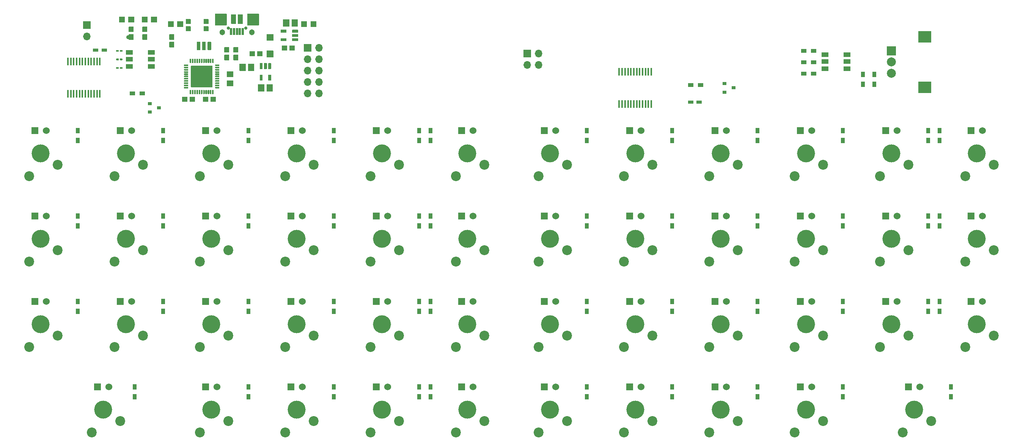
<source format=gbr>
%TF.GenerationSoftware,KiCad,Pcbnew,(5.1.8)-1*%
%TF.CreationDate,2021-03-07T17:47:24+01:00*%
%TF.ProjectId,splitboard,73706c69-7462-46f6-9172-642e6b696361,rev?*%
%TF.SameCoordinates,Original*%
%TF.FileFunction,Soldermask,Top*%
%TF.FilePolarity,Negative*%
%FSLAX46Y46*%
G04 Gerber Fmt 4.6, Leading zero omitted, Abs format (unit mm)*
G04 Created by KiCad (PCBNEW (5.1.8)-1) date 2021-03-07 17:47:24*
%MOMM*%
%LPD*%
G01*
G04 APERTURE LIST*
%ADD10C,0.100000*%
%ADD11R,0.900000X0.800000*%
%ADD12C,0.900000*%
%ADD13R,1.500000X1.000000*%
%ADD14C,2.200000*%
%ADD15C,4.000000*%
%ADD16R,1.524000X1.524000*%
%ADD17C,1.524000*%
%ADD18R,0.450000X1.750000*%
%ADD19R,1.700000X1.700000*%
%ADD20O,1.700000X1.700000*%
%ADD21R,1.200000X0.900000*%
%ADD22R,0.900000X1.200000*%
%ADD23R,1.200000X0.750000*%
%ADD24R,2.000000X2.000000*%
%ADD25C,2.000000*%
%ADD26R,3.000000X2.500000*%
%ADD27C,1.301600*%
%ADD28C,0.700000*%
G04 APERTURE END LIST*
D10*
%TO.C,X3*%
G36*
X66260000Y-62915000D02*
G01*
X65760000Y-62915000D01*
X65760000Y-64365000D01*
X66260000Y-64365000D01*
X66260000Y-62915000D01*
G37*
G36*
X66910000Y-62915000D02*
G01*
X66410000Y-62915000D01*
X66410000Y-64365000D01*
X66910000Y-64365000D01*
X66910000Y-62915000D01*
G37*
G36*
X67560000Y-62915000D02*
G01*
X67060000Y-62915000D01*
X67060000Y-64365000D01*
X67560000Y-64365000D01*
X67560000Y-62915000D01*
G37*
G36*
X68210000Y-62915000D02*
G01*
X67710000Y-62915000D01*
X67710000Y-64365000D01*
X68210000Y-64365000D01*
X68210000Y-62915000D01*
G37*
G36*
X68860000Y-62915000D02*
G01*
X68360000Y-62915000D01*
X68360000Y-64365000D01*
X68860000Y-64365000D01*
X68860000Y-62915000D01*
G37*
%TD*%
D11*
%TO.C,Q2*%
X176165000Y-75250000D03*
X176165000Y-77150000D03*
X178165000Y-76200000D03*
%TD*%
D12*
%TO.C,U5*%
X43012000Y-64892000D03*
%TD*%
%TO.C,R53*%
G36*
G01*
X40957500Y-71655000D02*
X40957500Y-71855000D01*
G75*
G02*
X40857500Y-71955000I-100000J0D01*
G01*
X40422500Y-71955000D01*
G75*
G02*
X40322500Y-71855000I0J100000D01*
G01*
X40322500Y-71655000D01*
G75*
G02*
X40422500Y-71555000I100000J0D01*
G01*
X40857500Y-71555000D01*
G75*
G02*
X40957500Y-71655000I0J-100000D01*
G01*
G37*
G36*
G01*
X41772500Y-71655000D02*
X41772500Y-71855000D01*
G75*
G02*
X41672500Y-71955000I-100000J0D01*
G01*
X41237500Y-71955000D01*
G75*
G02*
X41137500Y-71855000I0J100000D01*
G01*
X41137500Y-71655000D01*
G75*
G02*
X41237500Y-71555000I100000J0D01*
G01*
X41672500Y-71555000D01*
G75*
G02*
X41772500Y-71655000I0J-100000D01*
G01*
G37*
%TD*%
%TO.C,R52*%
G36*
G01*
X40957500Y-69750000D02*
X40957500Y-69950000D01*
G75*
G02*
X40857500Y-70050000I-100000J0D01*
G01*
X40422500Y-70050000D01*
G75*
G02*
X40322500Y-69950000I0J100000D01*
G01*
X40322500Y-69750000D01*
G75*
G02*
X40422500Y-69650000I100000J0D01*
G01*
X40857500Y-69650000D01*
G75*
G02*
X40957500Y-69750000I0J-100000D01*
G01*
G37*
G36*
G01*
X41772500Y-69750000D02*
X41772500Y-69950000D01*
G75*
G02*
X41672500Y-70050000I-100000J0D01*
G01*
X41237500Y-70050000D01*
G75*
G02*
X41137500Y-69950000I0J100000D01*
G01*
X41137500Y-69750000D01*
G75*
G02*
X41237500Y-69650000I100000J0D01*
G01*
X41672500Y-69650000D01*
G75*
G02*
X41772500Y-69750000I0J-100000D01*
G01*
G37*
%TD*%
%TO.C,R51*%
G36*
G01*
X40957500Y-67845000D02*
X40957500Y-68045000D01*
G75*
G02*
X40857500Y-68145000I-100000J0D01*
G01*
X40422500Y-68145000D01*
G75*
G02*
X40322500Y-68045000I0J100000D01*
G01*
X40322500Y-67845000D01*
G75*
G02*
X40422500Y-67745000I100000J0D01*
G01*
X40857500Y-67745000D01*
G75*
G02*
X40957500Y-67845000I0J-100000D01*
G01*
G37*
G36*
G01*
X41772500Y-67845000D02*
X41772500Y-68045000D01*
G75*
G02*
X41672500Y-68145000I-100000J0D01*
G01*
X41237500Y-68145000D01*
G75*
G02*
X41137500Y-68045000I0J100000D01*
G01*
X41137500Y-67845000D01*
G75*
G02*
X41237500Y-67745000I100000J0D01*
G01*
X41672500Y-67745000D01*
G75*
G02*
X41772500Y-67845000I0J-100000D01*
G01*
G37*
%TD*%
D13*
%TO.C,D2*%
X43270000Y-68250000D03*
X43270000Y-69850000D03*
X43270000Y-71450000D03*
X48170000Y-68250000D03*
X48170000Y-69850000D03*
X48170000Y-71450000D03*
%TD*%
D14*
%TO.C,SW44*%
X215900000Y-153035000D03*
X222250000Y-150495000D03*
D15*
X218440000Y-147955000D03*
D16*
X217170000Y-142875000D03*
D17*
X219710000Y-142875000D03*
%TD*%
D14*
%TO.C,SW5*%
X40005000Y-95885000D03*
X46355000Y-93345000D03*
D15*
X42545000Y-90805000D03*
D16*
X41275000Y-85725000D03*
D17*
X43815000Y-85725000D03*
%TD*%
D14*
%TO.C,SW1*%
X20955000Y-95885000D03*
X27305000Y-93345000D03*
D15*
X23495000Y-90805000D03*
D16*
X22225000Y-85725000D03*
D17*
X24765000Y-85725000D03*
%TD*%
D14*
%TO.C,SW22*%
X116205000Y-114935000D03*
X122555000Y-112395000D03*
D15*
X118745000Y-109855000D03*
D16*
X117475000Y-104775000D03*
D17*
X120015000Y-104775000D03*
%TD*%
D14*
%TO.C,SW3*%
X20955000Y-133985000D03*
X27305000Y-131445000D03*
D15*
X23495000Y-128905000D03*
D16*
X22225000Y-123825000D03*
D17*
X24765000Y-123825000D03*
%TD*%
D14*
%TO.C,SW24*%
X116205000Y-153035000D03*
X122555000Y-150495000D03*
D15*
X118745000Y-147955000D03*
D16*
X117475000Y-142875000D03*
D17*
X120015000Y-142875000D03*
%TD*%
D14*
%TO.C,SW19*%
X97155000Y-133985000D03*
X103505000Y-131445000D03*
D15*
X99695000Y-128905000D03*
D16*
X98425000Y-123825000D03*
D17*
X100965000Y-123825000D03*
%TD*%
D14*
%TO.C,SW15*%
X78105000Y-133985000D03*
X84455000Y-131445000D03*
D15*
X80645000Y-128905000D03*
D16*
X79375000Y-123825000D03*
D17*
X81915000Y-123825000D03*
%TD*%
D14*
%TO.C,SW47*%
X229870000Y-133985000D03*
X236220000Y-131445000D03*
D15*
X232410000Y-128905000D03*
D16*
X231140000Y-123825000D03*
D17*
X233680000Y-123825000D03*
%TD*%
D14*
%TO.C,SW46*%
X229870000Y-114935000D03*
X236220000Y-112395000D03*
D15*
X232410000Y-109855000D03*
D16*
X231140000Y-104775000D03*
D17*
X233680000Y-104775000D03*
%TD*%
D14*
%TO.C,SW45*%
X229870000Y-95885000D03*
X236220000Y-93345000D03*
D15*
X232410000Y-90805000D03*
D16*
X231140000Y-85725000D03*
D17*
X233680000Y-85725000D03*
%TD*%
D14*
%TO.C,SW43*%
X210820000Y-133985000D03*
X217170000Y-131445000D03*
D15*
X213360000Y-128905000D03*
D16*
X212090000Y-123825000D03*
D17*
X214630000Y-123825000D03*
%TD*%
D14*
%TO.C,SW42*%
X210820000Y-114935000D03*
X217170000Y-112395000D03*
D15*
X213360000Y-109855000D03*
D16*
X212090000Y-104775000D03*
D17*
X214630000Y-104775000D03*
%TD*%
D14*
%TO.C,SW41*%
X210820000Y-95885000D03*
X217170000Y-93345000D03*
D15*
X213360000Y-90805000D03*
D16*
X212090000Y-85725000D03*
D17*
X214630000Y-85725000D03*
%TD*%
D14*
%TO.C,SW40*%
X191770000Y-153035000D03*
X198120000Y-150495000D03*
D15*
X194310000Y-147955000D03*
D16*
X193040000Y-142875000D03*
D17*
X195580000Y-142875000D03*
%TD*%
D14*
%TO.C,SW39*%
X191770000Y-133985000D03*
X198120000Y-131445000D03*
D15*
X194310000Y-128905000D03*
D16*
X193040000Y-123825000D03*
D17*
X195580000Y-123825000D03*
%TD*%
D14*
%TO.C,SW38*%
X191770000Y-114935000D03*
X198120000Y-112395000D03*
D15*
X194310000Y-109855000D03*
D16*
X193040000Y-104775000D03*
D17*
X195580000Y-104775000D03*
%TD*%
D14*
%TO.C,SW37*%
X191770000Y-95885000D03*
X198120000Y-93345000D03*
D15*
X194310000Y-90805000D03*
D16*
X193040000Y-85725000D03*
D17*
X195580000Y-85725000D03*
%TD*%
D14*
%TO.C,SW36*%
X172720000Y-153035000D03*
X179070000Y-150495000D03*
D15*
X175260000Y-147955000D03*
D16*
X173990000Y-142875000D03*
D17*
X176530000Y-142875000D03*
%TD*%
D14*
%TO.C,SW35*%
X172720000Y-133985000D03*
X179070000Y-131445000D03*
D15*
X175260000Y-128905000D03*
D16*
X173990000Y-123825000D03*
D17*
X176530000Y-123825000D03*
%TD*%
D14*
%TO.C,SW34*%
X172720000Y-114935000D03*
X179070000Y-112395000D03*
D15*
X175260000Y-109855000D03*
D16*
X173990000Y-104775000D03*
D17*
X176530000Y-104775000D03*
%TD*%
D14*
%TO.C,SW33*%
X172720000Y-95885000D03*
X179070000Y-93345000D03*
D15*
X175260000Y-90805000D03*
D16*
X173990000Y-85725000D03*
D17*
X176530000Y-85725000D03*
%TD*%
D14*
%TO.C,SW32*%
X153670000Y-153035000D03*
X160020000Y-150495000D03*
D15*
X156210000Y-147955000D03*
D16*
X154940000Y-142875000D03*
D17*
X157480000Y-142875000D03*
%TD*%
D14*
%TO.C,SW31*%
X153670000Y-133985000D03*
X160020000Y-131445000D03*
D15*
X156210000Y-128905000D03*
D16*
X154940000Y-123825000D03*
D17*
X157480000Y-123825000D03*
%TD*%
D14*
%TO.C,SW30*%
X153670000Y-114935000D03*
X160020000Y-112395000D03*
D15*
X156210000Y-109855000D03*
D16*
X154940000Y-104775000D03*
D17*
X157480000Y-104775000D03*
%TD*%
D14*
%TO.C,SW29*%
X153670000Y-95885000D03*
X160020000Y-93345000D03*
D15*
X156210000Y-90805000D03*
D16*
X154940000Y-85725000D03*
D17*
X157480000Y-85725000D03*
%TD*%
D14*
%TO.C,SW28*%
X134620000Y-153035000D03*
X140970000Y-150495000D03*
D15*
X137160000Y-147955000D03*
D16*
X135890000Y-142875000D03*
D17*
X138430000Y-142875000D03*
%TD*%
D14*
%TO.C,SW27*%
X134620000Y-133985000D03*
X140970000Y-131445000D03*
D15*
X137160000Y-128905000D03*
D16*
X135890000Y-123825000D03*
D17*
X138430000Y-123825000D03*
%TD*%
D14*
%TO.C,SW26*%
X134620000Y-114935000D03*
X140970000Y-112395000D03*
D15*
X137160000Y-109855000D03*
D16*
X135890000Y-104775000D03*
D17*
X138430000Y-104775000D03*
%TD*%
D14*
%TO.C,SW25*%
X134620000Y-95885000D03*
X140970000Y-93345000D03*
D15*
X137160000Y-90805000D03*
D16*
X135890000Y-85725000D03*
D17*
X138430000Y-85725000D03*
%TD*%
D14*
%TO.C,SW23*%
X116205000Y-133985000D03*
X122555000Y-131445000D03*
D15*
X118745000Y-128905000D03*
D16*
X117475000Y-123825000D03*
D17*
X120015000Y-123825000D03*
%TD*%
D14*
%TO.C,SW21*%
X116205000Y-95885000D03*
X122555000Y-93345000D03*
D15*
X118745000Y-90805000D03*
D16*
X117475000Y-85725000D03*
D17*
X120015000Y-85725000D03*
%TD*%
D14*
%TO.C,SW20*%
X97155000Y-153035000D03*
X103505000Y-150495000D03*
D15*
X99695000Y-147955000D03*
D16*
X98425000Y-142875000D03*
D17*
X100965000Y-142875000D03*
%TD*%
D14*
%TO.C,SW18*%
X97155000Y-114935000D03*
X103505000Y-112395000D03*
D15*
X99695000Y-109855000D03*
D16*
X98425000Y-104775000D03*
D17*
X100965000Y-104775000D03*
%TD*%
D14*
%TO.C,SW17*%
X97155000Y-95885000D03*
X103505000Y-93345000D03*
D15*
X99695000Y-90805000D03*
D16*
X98425000Y-85725000D03*
D17*
X100965000Y-85725000D03*
%TD*%
D14*
%TO.C,SW16*%
X78105000Y-153035000D03*
X84455000Y-150495000D03*
D15*
X80645000Y-147955000D03*
D16*
X79375000Y-142875000D03*
D17*
X81915000Y-142875000D03*
%TD*%
D14*
%TO.C,SW14*%
X78105000Y-114935000D03*
X84455000Y-112395000D03*
D15*
X80645000Y-109855000D03*
D16*
X79375000Y-104775000D03*
D17*
X81915000Y-104775000D03*
%TD*%
D14*
%TO.C,SW13*%
X78105000Y-95885000D03*
X84455000Y-93345000D03*
D15*
X80645000Y-90805000D03*
D16*
X79375000Y-85725000D03*
D17*
X81915000Y-85725000D03*
%TD*%
D14*
%TO.C,SW12*%
X59055000Y-153035000D03*
X65405000Y-150495000D03*
D15*
X61595000Y-147955000D03*
D16*
X60325000Y-142875000D03*
D17*
X62865000Y-142875000D03*
%TD*%
D14*
%TO.C,SW11*%
X59055000Y-133985000D03*
X65405000Y-131445000D03*
D15*
X61595000Y-128905000D03*
D16*
X60325000Y-123825000D03*
D17*
X62865000Y-123825000D03*
%TD*%
D14*
%TO.C,SW10*%
X59055000Y-114935000D03*
X65405000Y-112395000D03*
D15*
X61595000Y-109855000D03*
D16*
X60325000Y-104775000D03*
D17*
X62865000Y-104775000D03*
%TD*%
D14*
%TO.C,SW9*%
X59055000Y-95885000D03*
X65405000Y-93345000D03*
D15*
X61595000Y-90805000D03*
D16*
X60325000Y-85725000D03*
D17*
X62865000Y-85725000D03*
%TD*%
D14*
%TO.C,SW8*%
X34925000Y-153035000D03*
X41275000Y-150495000D03*
D15*
X37465000Y-147955000D03*
D16*
X36195000Y-142875000D03*
D17*
X38735000Y-142875000D03*
%TD*%
D14*
%TO.C,SW7*%
X40005000Y-133985000D03*
X46355000Y-131445000D03*
D15*
X42545000Y-128905000D03*
D16*
X41275000Y-123825000D03*
D17*
X43815000Y-123825000D03*
%TD*%
D14*
%TO.C,SW6*%
X40005000Y-114935000D03*
X46355000Y-112395000D03*
D15*
X42545000Y-109855000D03*
D16*
X41275000Y-104775000D03*
D17*
X43815000Y-104775000D03*
%TD*%
D14*
%TO.C,SW2*%
X20955000Y-114935000D03*
X27305000Y-112395000D03*
D15*
X23495000Y-109855000D03*
D16*
X22225000Y-104775000D03*
D17*
X24765000Y-104775000D03*
%TD*%
D18*
%TO.C,U1*%
X36722000Y-77514000D03*
X36072000Y-77514000D03*
X35422000Y-77514000D03*
X34772000Y-77514000D03*
X34122000Y-77514000D03*
X33472000Y-77514000D03*
X32822000Y-77514000D03*
X32172000Y-77514000D03*
X31522000Y-77514000D03*
X30872000Y-77514000D03*
X30222000Y-77514000D03*
X29572000Y-77514000D03*
X29572000Y-70314000D03*
X30222000Y-70314000D03*
X30872000Y-70314000D03*
X31522000Y-70314000D03*
X32172000Y-70314000D03*
X32822000Y-70314000D03*
X33472000Y-70314000D03*
X34122000Y-70314000D03*
X34772000Y-70314000D03*
X35422000Y-70314000D03*
X36072000Y-70314000D03*
X36722000Y-70314000D03*
%TD*%
D19*
%TO.C,J1*%
X83058000Y-67246500D03*
D20*
X85598000Y-67246500D03*
X83058000Y-69786500D03*
X85598000Y-69786500D03*
X83058000Y-72326500D03*
X85598000Y-72326500D03*
X83058000Y-74866500D03*
X85598000Y-74866500D03*
X83058000Y-77406500D03*
X85598000Y-77406500D03*
%TD*%
D21*
%TO.C,R58*%
X193845000Y-73025000D03*
X196045000Y-73025000D03*
%TD*%
%TO.C,R57*%
X193845000Y-70485000D03*
X196045000Y-70485000D03*
%TD*%
%TO.C,R56*%
X193845000Y-67945000D03*
X196045000Y-67945000D03*
%TD*%
D22*
%TO.C,R47*%
X224155000Y-123825000D03*
X224155000Y-126025000D03*
%TD*%
%TO.C,R46*%
X224155000Y-104775000D03*
X224155000Y-106975000D03*
%TD*%
%TO.C,R45*%
X224155000Y-85725000D03*
X224155000Y-87925000D03*
%TD*%
%TO.C,R44*%
X226695000Y-142875000D03*
X226695000Y-145075000D03*
%TD*%
%TO.C,R43*%
X221615000Y-123825000D03*
X221615000Y-126025000D03*
%TD*%
%TO.C,R42*%
X221615000Y-104775000D03*
X221615000Y-106975000D03*
%TD*%
%TO.C,R41*%
X221615000Y-85725000D03*
X221615000Y-87925000D03*
%TD*%
%TO.C,R40*%
X202565000Y-142875000D03*
X202565000Y-145075000D03*
%TD*%
%TO.C,R39*%
X202565000Y-123825000D03*
X202565000Y-126025000D03*
%TD*%
%TO.C,R38*%
X202565000Y-104775000D03*
X202565000Y-106975000D03*
%TD*%
%TO.C,R37*%
X202565000Y-85725000D03*
X202565000Y-87925000D03*
%TD*%
%TO.C,R36*%
X183515000Y-142875000D03*
X183515000Y-145075000D03*
%TD*%
%TO.C,R35*%
X183515000Y-123825000D03*
X183515000Y-126025000D03*
%TD*%
%TO.C,R34*%
X183515000Y-104775000D03*
X183515000Y-106975000D03*
%TD*%
%TO.C,R33*%
X183515000Y-85725000D03*
X183515000Y-87925000D03*
%TD*%
%TO.C,R32*%
X164465000Y-142875000D03*
X164465000Y-145075000D03*
%TD*%
%TO.C,R31*%
X164465000Y-123825000D03*
X164465000Y-126025000D03*
%TD*%
%TO.C,R30*%
X164465000Y-104775000D03*
X164465000Y-106975000D03*
%TD*%
%TO.C,R29*%
X164465000Y-85725000D03*
X164465000Y-87925000D03*
%TD*%
%TO.C,R28*%
X145415000Y-142875000D03*
X145415000Y-145075000D03*
%TD*%
%TO.C,R27*%
X145415000Y-123825000D03*
X145415000Y-126025000D03*
%TD*%
%TO.C,R26*%
X145415000Y-104775000D03*
X145415000Y-106975000D03*
%TD*%
%TO.C,R25*%
X145415000Y-85725000D03*
X145415000Y-87925000D03*
%TD*%
%TO.C,R24*%
X110490000Y-142875000D03*
X110490000Y-145075000D03*
%TD*%
%TO.C,R23*%
X110490000Y-123825000D03*
X110490000Y-126025000D03*
%TD*%
%TO.C,R22*%
X110490000Y-104775000D03*
X110490000Y-106975000D03*
%TD*%
%TO.C,R21*%
X110490000Y-85768000D03*
X110490000Y-87968000D03*
%TD*%
%TO.C,R20*%
X107950000Y-142875000D03*
X107950000Y-145075000D03*
%TD*%
%TO.C,R19*%
X107950000Y-123825000D03*
X107950000Y-126025000D03*
%TD*%
%TO.C,R18*%
X107950000Y-104775000D03*
X107950000Y-106975000D03*
%TD*%
%TO.C,R17*%
X107950000Y-85768000D03*
X107950000Y-87968000D03*
%TD*%
%TO.C,R16*%
X88900000Y-142875000D03*
X88900000Y-145075000D03*
%TD*%
%TO.C,R15*%
X88900000Y-123825000D03*
X88900000Y-126025000D03*
%TD*%
%TO.C,R14*%
X88900000Y-104775000D03*
X88900000Y-106975000D03*
%TD*%
%TO.C,R13*%
X88900000Y-85725000D03*
X88900000Y-87925000D03*
%TD*%
%TO.C,R12*%
X69850000Y-142875000D03*
X69850000Y-145075000D03*
%TD*%
%TO.C,R11*%
X69850000Y-123825000D03*
X69850000Y-126025000D03*
%TD*%
%TO.C,R10*%
X69850000Y-104775000D03*
X69850000Y-106975000D03*
%TD*%
%TO.C,R9*%
X69850000Y-85725000D03*
X69850000Y-87925000D03*
%TD*%
%TO.C,R8*%
X44450000Y-142875000D03*
X44450000Y-145075000D03*
%TD*%
%TO.C,R7*%
X50800000Y-123825000D03*
X50800000Y-126025000D03*
%TD*%
%TO.C,R6*%
X50800000Y-104775000D03*
X50800000Y-106975000D03*
%TD*%
%TO.C,R5*%
X50800000Y-85725000D03*
X50800000Y-87925000D03*
%TD*%
%TO.C,R3*%
X31750000Y-123825000D03*
X31750000Y-126025000D03*
%TD*%
%TO.C,R2*%
X31750000Y-104818000D03*
X31750000Y-107018000D03*
%TD*%
%TO.C,R1*%
X31750000Y-85725000D03*
X31750000Y-87925000D03*
%TD*%
D11*
%TO.C,Q1*%
X47895000Y-79695000D03*
X47895000Y-81595000D03*
X49895000Y-80645000D03*
%TD*%
D23*
%TO.C,C2*%
X170495000Y-79375000D03*
X168595000Y-79375000D03*
%TD*%
%TO.C,C1*%
X35778400Y-67818000D03*
X37678400Y-67818000D03*
%TD*%
D21*
%TO.C,R50*%
X170815000Y-75565000D03*
X168615000Y-75565000D03*
%TD*%
D22*
%TO.C,R49*%
X209550000Y-75395000D03*
X209550000Y-73195000D03*
%TD*%
%TO.C,R48*%
X207010000Y-75395000D03*
X207010000Y-73195000D03*
%TD*%
D21*
%TO.C,R4*%
X46185000Y-77470000D03*
X43985000Y-77470000D03*
%TD*%
D18*
%TO.C,U2*%
X159785000Y-79800000D03*
X159135000Y-79800000D03*
X158485000Y-79800000D03*
X157835000Y-79800000D03*
X157185000Y-79800000D03*
X156535000Y-79800000D03*
X155885000Y-79800000D03*
X155235000Y-79800000D03*
X154585000Y-79800000D03*
X153935000Y-79800000D03*
X153285000Y-79800000D03*
X152635000Y-79800000D03*
X152635000Y-72600000D03*
X153285000Y-72600000D03*
X153935000Y-72600000D03*
X154585000Y-72600000D03*
X155235000Y-72600000D03*
X155885000Y-72600000D03*
X156535000Y-72600000D03*
X157185000Y-72600000D03*
X157835000Y-72600000D03*
X158485000Y-72600000D03*
X159135000Y-72600000D03*
X159785000Y-72600000D03*
%TD*%
D24*
%TO.C,SW50*%
X213360000Y-67945000D03*
D25*
X213360000Y-70445000D03*
X213360000Y-72945000D03*
D26*
X220860000Y-64845000D03*
X220860000Y-76045000D03*
%TD*%
D13*
%TO.C,D1*%
X198591000Y-68758000D03*
X198591000Y-70358000D03*
X198591000Y-71958000D03*
X203491000Y-68758000D03*
X203491000Y-70358000D03*
X203491000Y-71958000D03*
%TD*%
D20*
%TO.C,J3*%
X33782000Y-64770000D03*
D19*
X33782000Y-62230000D03*
%TD*%
D20*
%TO.C,J2*%
X134620000Y-71120000D03*
X132080000Y-71120000D03*
X134620000Y-68580000D03*
D19*
X132080000Y-68580000D03*
%TD*%
%TO.C,Y1*%
G36*
G01*
X60743200Y-67702801D02*
X60743200Y-66002799D01*
G75*
G02*
X60793999Y-65952000I50799J0D01*
G01*
X61494001Y-65952000D01*
G75*
G02*
X61544800Y-66002799I0J-50799D01*
G01*
X61544800Y-67702801D01*
G75*
G02*
X61494001Y-67753600I-50799J0D01*
G01*
X60793999Y-67753600D01*
G75*
G02*
X60743200Y-67702801I0J50799D01*
G01*
G37*
G36*
G01*
X59543200Y-67702801D02*
X59543200Y-66002799D01*
G75*
G02*
X59593999Y-65952000I50799J0D01*
G01*
X60294001Y-65952000D01*
G75*
G02*
X60344800Y-66002799I0J-50799D01*
G01*
X60344800Y-67702801D01*
G75*
G02*
X60294001Y-67753600I-50799J0D01*
G01*
X59593999Y-67753600D01*
G75*
G02*
X59543200Y-67702801I0J50799D01*
G01*
G37*
G36*
G01*
X58343200Y-67702801D02*
X58343200Y-66002799D01*
G75*
G02*
X58393999Y-65952000I50799J0D01*
G01*
X59094001Y-65952000D01*
G75*
G02*
X59144800Y-66002799I0J-50799D01*
G01*
X59144800Y-67702801D01*
G75*
G02*
X59094001Y-67753600I-50799J0D01*
G01*
X58393999Y-67753600D01*
G75*
G02*
X58343200Y-67702801I0J50799D01*
G01*
G37*
%TD*%
%TO.C,X3*%
G36*
G01*
X66060000Y-59814200D02*
X67060000Y-59814200D01*
G75*
G02*
X67110800Y-59865000I0J-50800D01*
G01*
X67110800Y-61865000D01*
G75*
G02*
X67060000Y-61915800I-50800J0D01*
G01*
X66060000Y-61915800D01*
G75*
G02*
X66009200Y-61865000I0J50800D01*
G01*
X66009200Y-59865000D01*
G75*
G02*
X66060000Y-59814200I50800J0D01*
G01*
G37*
G36*
G01*
X67560000Y-59814200D02*
X68560000Y-59814200D01*
G75*
G02*
X68610800Y-59865000I0J-50800D01*
G01*
X68610800Y-61865000D01*
G75*
G02*
X68560000Y-61915800I-50800J0D01*
G01*
X67560000Y-61915800D01*
G75*
G02*
X67509200Y-61865000I0J50800D01*
G01*
X67509200Y-59865000D01*
G75*
G02*
X67560000Y-59814200I50800J0D01*
G01*
G37*
G36*
G01*
X66260800Y-62965000D02*
X66260800Y-64315000D01*
G75*
G02*
X66210000Y-64365800I-50800J0D01*
G01*
X65810000Y-64365800D01*
G75*
G02*
X65759200Y-64315000I0J50800D01*
G01*
X65759200Y-62965000D01*
G75*
G02*
X65810000Y-62914200I50800J0D01*
G01*
X66210000Y-62914200D01*
G75*
G02*
X66260800Y-62965000I0J-50800D01*
G01*
G37*
G36*
G01*
X66910800Y-62965000D02*
X66910800Y-64315000D01*
G75*
G02*
X66860000Y-64365800I-50800J0D01*
G01*
X66460000Y-64365800D01*
G75*
G02*
X66409200Y-64315000I0J50800D01*
G01*
X66409200Y-62965000D01*
G75*
G02*
X66460000Y-62914200I50800J0D01*
G01*
X66860000Y-62914200D01*
G75*
G02*
X66910800Y-62965000I0J-50800D01*
G01*
G37*
G36*
G01*
X67560800Y-62965000D02*
X67560800Y-64315000D01*
G75*
G02*
X67510000Y-64365800I-50800J0D01*
G01*
X67110000Y-64365800D01*
G75*
G02*
X67059200Y-64315000I0J50800D01*
G01*
X67059200Y-62965000D01*
G75*
G02*
X67110000Y-62914200I50800J0D01*
G01*
X67510000Y-62914200D01*
G75*
G02*
X67560800Y-62965000I0J-50800D01*
G01*
G37*
G36*
G01*
X68210800Y-62965000D02*
X68210800Y-64315000D01*
G75*
G02*
X68160000Y-64365800I-50800J0D01*
G01*
X67760000Y-64365800D01*
G75*
G02*
X67709200Y-64315000I0J50800D01*
G01*
X67709200Y-62965000D01*
G75*
G02*
X67760000Y-62914200I50800J0D01*
G01*
X68160000Y-62914200D01*
G75*
G02*
X68210800Y-62965000I0J-50800D01*
G01*
G37*
G36*
G01*
X68860800Y-62965000D02*
X68860800Y-64315000D01*
G75*
G02*
X68810000Y-64365800I-50800J0D01*
G01*
X68410000Y-64365800D01*
G75*
G02*
X68359200Y-64315000I0J50800D01*
G01*
X68359200Y-62965000D01*
G75*
G02*
X68410000Y-62914200I50800J0D01*
G01*
X68810000Y-62914200D01*
G75*
G02*
X68860800Y-62965000I0J-50800D01*
G01*
G37*
D27*
X64010000Y-63765000D03*
X70610000Y-63765000D03*
G36*
G01*
X69660000Y-59664200D02*
X72160000Y-59664200D01*
G75*
G02*
X72210800Y-59715000I0J-50800D01*
G01*
X72210800Y-62215000D01*
G75*
G02*
X72160000Y-62265800I-50800J0D01*
G01*
X69660000Y-62265800D01*
G75*
G02*
X69609200Y-62215000I0J50800D01*
G01*
X69609200Y-59715000D01*
G75*
G02*
X69660000Y-59664200I50800J0D01*
G01*
G37*
G36*
G01*
X62460000Y-59664200D02*
X64960000Y-59664200D01*
G75*
G02*
X65010800Y-59715000I0J-50800D01*
G01*
X65010800Y-62215000D01*
G75*
G02*
X64960000Y-62265800I-50800J0D01*
G01*
X62460000Y-62265800D01*
G75*
G02*
X62409200Y-62215000I0J50800D01*
G01*
X62409200Y-59715000D01*
G75*
G02*
X62460000Y-59664200I50800J0D01*
G01*
G37*
D28*
X65360000Y-62865000D03*
X69260000Y-62865000D03*
%TD*%
%TO.C,U4*%
G36*
G01*
X74935800Y-73344100D02*
X74935800Y-74544100D01*
G75*
G02*
X74885000Y-74594900I-50800J0D01*
G01*
X74335000Y-74594900D01*
G75*
G02*
X74284200Y-74544100I0J50800D01*
G01*
X74284200Y-73344100D01*
G75*
G02*
X74335000Y-73293300I50800J0D01*
G01*
X74885000Y-73293300D01*
G75*
G02*
X74935800Y-73344100I0J-50800D01*
G01*
G37*
G36*
G01*
X73035800Y-73344100D02*
X73035800Y-74544100D01*
G75*
G02*
X72985000Y-74594900I-50800J0D01*
G01*
X72435000Y-74594900D01*
G75*
G02*
X72384200Y-74544100I0J50800D01*
G01*
X72384200Y-73344100D01*
G75*
G02*
X72435000Y-73293300I50800J0D01*
G01*
X72985000Y-73293300D01*
G75*
G02*
X73035800Y-73344100I0J-50800D01*
G01*
G37*
G36*
G01*
X73035800Y-70743900D02*
X73035800Y-71943900D01*
G75*
G02*
X72985000Y-71994700I-50800J0D01*
G01*
X72435000Y-71994700D01*
G75*
G02*
X72384200Y-71943900I0J50800D01*
G01*
X72384200Y-70743900D01*
G75*
G02*
X72435000Y-70693100I50800J0D01*
G01*
X72985000Y-70693100D01*
G75*
G02*
X73035800Y-70743900I0J-50800D01*
G01*
G37*
G36*
G01*
X73985800Y-70743900D02*
X73985800Y-71943900D01*
G75*
G02*
X73935000Y-71994700I-50800J0D01*
G01*
X73385000Y-71994700D01*
G75*
G02*
X73334200Y-71943900I0J50800D01*
G01*
X73334200Y-70743900D01*
G75*
G02*
X73385000Y-70693100I50800J0D01*
G01*
X73935000Y-70693100D01*
G75*
G02*
X73985800Y-70743900I0J-50800D01*
G01*
G37*
G36*
G01*
X74935800Y-70743900D02*
X74935800Y-71943900D01*
G75*
G02*
X74885000Y-71994700I-50800J0D01*
G01*
X74335000Y-71994700D01*
G75*
G02*
X74284200Y-71943900I0J50800D01*
G01*
X74284200Y-70743900D01*
G75*
G02*
X74335000Y-70693100I50800J0D01*
G01*
X74885000Y-70693100D01*
G75*
G02*
X74935800Y-70743900I0J-50800D01*
G01*
G37*
%TD*%
%TO.C,U3*%
G36*
G01*
X78293900Y-65791800D02*
X77093900Y-65791800D01*
G75*
G02*
X77043100Y-65741000I0J50800D01*
G01*
X77043100Y-65191000D01*
G75*
G02*
X77093900Y-65140200I50800J0D01*
G01*
X78293900Y-65140200D01*
G75*
G02*
X78344700Y-65191000I0J-50800D01*
G01*
X78344700Y-65741000D01*
G75*
G02*
X78293900Y-65791800I-50800J0D01*
G01*
G37*
G36*
G01*
X78293900Y-63891800D02*
X77093900Y-63891800D01*
G75*
G02*
X77043100Y-63841000I0J50800D01*
G01*
X77043100Y-63291000D01*
G75*
G02*
X77093900Y-63240200I50800J0D01*
G01*
X78293900Y-63240200D01*
G75*
G02*
X78344700Y-63291000I0J-50800D01*
G01*
X78344700Y-63841000D01*
G75*
G02*
X78293900Y-63891800I-50800J0D01*
G01*
G37*
G36*
G01*
X80894100Y-63891800D02*
X79694100Y-63891800D01*
G75*
G02*
X79643300Y-63841000I0J50800D01*
G01*
X79643300Y-63291000D01*
G75*
G02*
X79694100Y-63240200I50800J0D01*
G01*
X80894100Y-63240200D01*
G75*
G02*
X80944900Y-63291000I0J-50800D01*
G01*
X80944900Y-63841000D01*
G75*
G02*
X80894100Y-63891800I-50800J0D01*
G01*
G37*
G36*
G01*
X80894100Y-64841800D02*
X79694100Y-64841800D01*
G75*
G02*
X79643300Y-64791000I0J50800D01*
G01*
X79643300Y-64241000D01*
G75*
G02*
X79694100Y-64190200I50800J0D01*
G01*
X80894100Y-64190200D01*
G75*
G02*
X80944900Y-64241000I0J-50800D01*
G01*
X80944900Y-64791000D01*
G75*
G02*
X80894100Y-64841800I-50800J0D01*
G01*
G37*
G36*
G01*
X80894100Y-65791800D02*
X79694100Y-65791800D01*
G75*
G02*
X79643300Y-65741000I0J50800D01*
G01*
X79643300Y-65191000D01*
G75*
G02*
X79694100Y-65140200I50800J0D01*
G01*
X80894100Y-65140200D01*
G75*
G02*
X80944900Y-65191000I0J-50800D01*
G01*
X80944900Y-65741000D01*
G75*
G02*
X80894100Y-65791800I-50800J0D01*
G01*
G37*
%TD*%
%TO.C,SW101*%
G36*
G01*
X55869200Y-61930000D02*
X55869200Y-60930000D01*
G75*
G02*
X55920000Y-60879200I50800J0D01*
G01*
X56920000Y-60879200D01*
G75*
G02*
X56970800Y-60930000I0J-50800D01*
G01*
X56970800Y-61930000D01*
G75*
G02*
X56920000Y-61980800I-50800J0D01*
G01*
X55920000Y-61980800D01*
G75*
G02*
X55869200Y-61930000I0J50800D01*
G01*
G37*
G36*
G01*
X55869200Y-63530000D02*
X55869200Y-62530000D01*
G75*
G02*
X55920000Y-62479200I50800J0D01*
G01*
X56920000Y-62479200D01*
G75*
G02*
X56970800Y-62530000I0J-50800D01*
G01*
X56970800Y-63530000D01*
G75*
G02*
X56920000Y-63580800I-50800J0D01*
G01*
X55920000Y-63580800D01*
G75*
G02*
X55869200Y-63530000I0J50800D01*
G01*
G37*
G36*
G01*
X59869200Y-63530000D02*
X59869200Y-62530000D01*
G75*
G02*
X59920000Y-62479200I50800J0D01*
G01*
X60920000Y-62479200D01*
G75*
G02*
X60970800Y-62530000I0J-50800D01*
G01*
X60970800Y-63530000D01*
G75*
G02*
X60920000Y-63580800I-50800J0D01*
G01*
X59920000Y-63580800D01*
G75*
G02*
X59869200Y-63530000I0J50800D01*
G01*
G37*
G36*
G01*
X59869200Y-61930000D02*
X59869200Y-60930000D01*
G75*
G02*
X59920000Y-60879200I50800J0D01*
G01*
X60920000Y-60879200D01*
G75*
G02*
X60970800Y-60930000I0J-50800D01*
G01*
X60970800Y-61930000D01*
G75*
G02*
X60920000Y-61980800I-50800J0D01*
G01*
X59920000Y-61980800D01*
G75*
G02*
X59869200Y-61930000I0J50800D01*
G01*
G37*
%TD*%
%TO.C,R110*%
G36*
G01*
X44188000Y-63758800D02*
X43188000Y-63758800D01*
G75*
G02*
X43137200Y-63708000I0J50800D01*
G01*
X43137200Y-62608000D01*
G75*
G02*
X43188000Y-62557200I50800J0D01*
G01*
X44188000Y-62557200D01*
G75*
G02*
X44238800Y-62608000I0J-50800D01*
G01*
X44238800Y-63708000D01*
G75*
G02*
X44188000Y-63758800I-50800J0D01*
G01*
G37*
G36*
G01*
X44188000Y-65458800D02*
X43188000Y-65458800D01*
G75*
G02*
X43137200Y-65408000I0J50800D01*
G01*
X43137200Y-64308000D01*
G75*
G02*
X43188000Y-64257200I50800J0D01*
G01*
X44188000Y-64257200D01*
G75*
G02*
X44238800Y-64308000I0J-50800D01*
G01*
X44238800Y-65408000D01*
G75*
G02*
X44188000Y-65458800I-50800J0D01*
G01*
G37*
%TD*%
%TO.C,R109*%
G36*
G01*
X70089200Y-69080000D02*
X70089200Y-68080000D01*
G75*
G02*
X70140000Y-68029200I50800J0D01*
G01*
X71240000Y-68029200D01*
G75*
G02*
X71290800Y-68080000I0J-50800D01*
G01*
X71290800Y-69080000D01*
G75*
G02*
X71240000Y-69130800I-50800J0D01*
G01*
X70140000Y-69130800D01*
G75*
G02*
X70089200Y-69080000I0J50800D01*
G01*
G37*
G36*
G01*
X71789200Y-69080000D02*
X71789200Y-68080000D01*
G75*
G02*
X71840000Y-68029200I50800J0D01*
G01*
X72940000Y-68029200D01*
G75*
G02*
X72990800Y-68080000I0J-50800D01*
G01*
X72990800Y-69080000D01*
G75*
G02*
X72940000Y-69130800I-50800J0D01*
G01*
X71840000Y-69130800D01*
G75*
G02*
X71789200Y-69080000I0J50800D01*
G01*
G37*
%TD*%
%TO.C,R108*%
G36*
G01*
X78989200Y-67810000D02*
X78989200Y-66810000D01*
G75*
G02*
X79040000Y-66759200I50800J0D01*
G01*
X80140000Y-66759200D01*
G75*
G02*
X80190800Y-66810000I0J-50800D01*
G01*
X80190800Y-67810000D01*
G75*
G02*
X80140000Y-67860800I-50800J0D01*
G01*
X79040000Y-67860800D01*
G75*
G02*
X78989200Y-67810000I0J50800D01*
G01*
G37*
G36*
G01*
X77289200Y-67810000D02*
X77289200Y-66810000D01*
G75*
G02*
X77340000Y-66759200I50800J0D01*
G01*
X78440000Y-66759200D01*
G75*
G02*
X78490800Y-66810000I0J-50800D01*
G01*
X78490800Y-67810000D01*
G75*
G02*
X78440000Y-67860800I-50800J0D01*
G01*
X77340000Y-67860800D01*
G75*
G02*
X77289200Y-67810000I0J50800D01*
G01*
G37*
%TD*%
%TO.C,R107*%
G36*
G01*
X53255800Y-65460600D02*
X52255800Y-65460600D01*
G75*
G02*
X52205000Y-65409800I0J50800D01*
G01*
X52205000Y-64309800D01*
G75*
G02*
X52255800Y-64259000I50800J0D01*
G01*
X53255800Y-64259000D01*
G75*
G02*
X53306600Y-64309800I0J-50800D01*
G01*
X53306600Y-65409800D01*
G75*
G02*
X53255800Y-65460600I-50800J0D01*
G01*
G37*
G36*
G01*
X53255800Y-67160600D02*
X52255800Y-67160600D01*
G75*
G02*
X52205000Y-67109800I0J50800D01*
G01*
X52205000Y-66009800D01*
G75*
G02*
X52255800Y-65959000I50800J0D01*
G01*
X53255800Y-65959000D01*
G75*
G02*
X53306600Y-66009800I0J-50800D01*
G01*
X53306600Y-67109800D01*
G75*
G02*
X53255800Y-67160600I-50800J0D01*
G01*
G37*
%TD*%
%TO.C,R105*%
G36*
G01*
X64524000Y-68829200D02*
X65524000Y-68829200D01*
G75*
G02*
X65574800Y-68880000I0J-50800D01*
G01*
X65574800Y-69980000D01*
G75*
G02*
X65524000Y-70030800I-50800J0D01*
G01*
X64524000Y-70030800D01*
G75*
G02*
X64473200Y-69980000I0J50800D01*
G01*
X64473200Y-68880000D01*
G75*
G02*
X64524000Y-68829200I50800J0D01*
G01*
G37*
G36*
G01*
X64524000Y-67129200D02*
X65524000Y-67129200D01*
G75*
G02*
X65574800Y-67180000I0J-50800D01*
G01*
X65574800Y-68280000D01*
G75*
G02*
X65524000Y-68330800I-50800J0D01*
G01*
X64524000Y-68330800D01*
G75*
G02*
X64473200Y-68280000I0J50800D01*
G01*
X64473200Y-67180000D01*
G75*
G02*
X64524000Y-67129200I50800J0D01*
G01*
G37*
%TD*%
%TO.C,R104*%
G36*
G01*
X66556000Y-68829200D02*
X67556000Y-68829200D01*
G75*
G02*
X67606800Y-68880000I0J-50800D01*
G01*
X67606800Y-69980000D01*
G75*
G02*
X67556000Y-70030800I-50800J0D01*
G01*
X66556000Y-70030800D01*
G75*
G02*
X66505200Y-69980000I0J50800D01*
G01*
X66505200Y-68880000D01*
G75*
G02*
X66556000Y-68829200I50800J0D01*
G01*
G37*
G36*
G01*
X66556000Y-67129200D02*
X67556000Y-67129200D01*
G75*
G02*
X67606800Y-67180000I0J-50800D01*
G01*
X67606800Y-68280000D01*
G75*
G02*
X67556000Y-68330800I-50800J0D01*
G01*
X66556000Y-68330800D01*
G75*
G02*
X66505200Y-68280000I0J50800D01*
G01*
X66505200Y-67180000D01*
G75*
G02*
X66556000Y-67129200I50800J0D01*
G01*
G37*
%TD*%
%TO.C,R101*%
G36*
G01*
X47236000Y-63758800D02*
X46236000Y-63758800D01*
G75*
G02*
X46185200Y-63708000I0J50800D01*
G01*
X46185200Y-62608000D01*
G75*
G02*
X46236000Y-62557200I50800J0D01*
G01*
X47236000Y-62557200D01*
G75*
G02*
X47286800Y-62608000I0J-50800D01*
G01*
X47286800Y-63708000D01*
G75*
G02*
X47236000Y-63758800I-50800J0D01*
G01*
G37*
G36*
G01*
X47236000Y-65458800D02*
X46236000Y-65458800D01*
G75*
G02*
X46185200Y-65408000I0J50800D01*
G01*
X46185200Y-64308000D01*
G75*
G02*
X46236000Y-64257200I50800J0D01*
G01*
X47236000Y-64257200D01*
G75*
G02*
X47286800Y-64308000I0J-50800D01*
G01*
X47286800Y-65408000D01*
G75*
G02*
X47236000Y-65458800I-50800J0D01*
G01*
G37*
%TD*%
%TO.C,L1*%
G36*
G01*
X51944000Y-61325200D02*
X53144000Y-61325200D01*
G75*
G02*
X53194800Y-61376000I0J-50800D01*
G01*
X53194800Y-62576000D01*
G75*
G02*
X53144000Y-62626800I-50800J0D01*
G01*
X51944000Y-62626800D01*
G75*
G02*
X51893200Y-62576000I0J50800D01*
G01*
X51893200Y-61376000D01*
G75*
G02*
X51944000Y-61325200I50800J0D01*
G01*
G37*
G36*
G01*
X54044000Y-61325200D02*
X55244000Y-61325200D01*
G75*
G02*
X55294800Y-61376000I0J-50800D01*
G01*
X55294800Y-62576000D01*
G75*
G02*
X55244000Y-62626800I-50800J0D01*
G01*
X54044000Y-62626800D01*
G75*
G02*
X53993200Y-62576000I0J50800D01*
G01*
X53993200Y-61376000D01*
G75*
G02*
X54044000Y-61325200I50800J0D01*
G01*
G37*
%TD*%
%TO.C,IC1*%
G36*
G01*
X61786000Y-76060800D02*
X57086000Y-76060800D01*
G75*
G02*
X57035200Y-76010000I0J50800D01*
G01*
X57035200Y-71310000D01*
G75*
G02*
X57086000Y-71259200I50800J0D01*
G01*
X61786000Y-71259200D01*
G75*
G02*
X61836800Y-71310000I0J-50800D01*
G01*
X61836800Y-76010000D01*
G75*
G02*
X61786000Y-76060800I-50800J0D01*
G01*
G37*
G36*
G01*
X62061000Y-77585800D02*
X61811000Y-77585800D01*
G75*
G02*
X61760200Y-77535000I0J50800D01*
G01*
X61760200Y-76735000D01*
G75*
G02*
X61811000Y-76684200I50800J0D01*
G01*
X62061000Y-76684200D01*
G75*
G02*
X62111800Y-76735000I0J-50800D01*
G01*
X62111800Y-77535000D01*
G75*
G02*
X62061000Y-77585800I-50800J0D01*
G01*
G37*
G36*
G01*
X61561000Y-77585800D02*
X61311000Y-77585800D01*
G75*
G02*
X61260200Y-77535000I0J50800D01*
G01*
X61260200Y-76735000D01*
G75*
G02*
X61311000Y-76684200I50800J0D01*
G01*
X61561000Y-76684200D01*
G75*
G02*
X61611800Y-76735000I0J-50800D01*
G01*
X61611800Y-77535000D01*
G75*
G02*
X61561000Y-77585800I-50800J0D01*
G01*
G37*
G36*
G01*
X61061000Y-77585800D02*
X60811000Y-77585800D01*
G75*
G02*
X60760200Y-77535000I0J50800D01*
G01*
X60760200Y-76735000D01*
G75*
G02*
X60811000Y-76684200I50800J0D01*
G01*
X61061000Y-76684200D01*
G75*
G02*
X61111800Y-76735000I0J-50800D01*
G01*
X61111800Y-77535000D01*
G75*
G02*
X61061000Y-77585800I-50800J0D01*
G01*
G37*
G36*
G01*
X60561000Y-77585800D02*
X60311000Y-77585800D01*
G75*
G02*
X60260200Y-77535000I0J50800D01*
G01*
X60260200Y-76735000D01*
G75*
G02*
X60311000Y-76684200I50800J0D01*
G01*
X60561000Y-76684200D01*
G75*
G02*
X60611800Y-76735000I0J-50800D01*
G01*
X60611800Y-77535000D01*
G75*
G02*
X60561000Y-77585800I-50800J0D01*
G01*
G37*
G36*
G01*
X60061000Y-77585800D02*
X59811000Y-77585800D01*
G75*
G02*
X59760200Y-77535000I0J50800D01*
G01*
X59760200Y-76735000D01*
G75*
G02*
X59811000Y-76684200I50800J0D01*
G01*
X60061000Y-76684200D01*
G75*
G02*
X60111800Y-76735000I0J-50800D01*
G01*
X60111800Y-77535000D01*
G75*
G02*
X60061000Y-77585800I-50800J0D01*
G01*
G37*
G36*
G01*
X59561000Y-77585800D02*
X59311000Y-77585800D01*
G75*
G02*
X59260200Y-77535000I0J50800D01*
G01*
X59260200Y-76735000D01*
G75*
G02*
X59311000Y-76684200I50800J0D01*
G01*
X59561000Y-76684200D01*
G75*
G02*
X59611800Y-76735000I0J-50800D01*
G01*
X59611800Y-77535000D01*
G75*
G02*
X59561000Y-77585800I-50800J0D01*
G01*
G37*
G36*
G01*
X59061000Y-77585800D02*
X58811000Y-77585800D01*
G75*
G02*
X58760200Y-77535000I0J50800D01*
G01*
X58760200Y-76735000D01*
G75*
G02*
X58811000Y-76684200I50800J0D01*
G01*
X59061000Y-76684200D01*
G75*
G02*
X59111800Y-76735000I0J-50800D01*
G01*
X59111800Y-77535000D01*
G75*
G02*
X59061000Y-77585800I-50800J0D01*
G01*
G37*
G36*
G01*
X58561000Y-77585800D02*
X58311000Y-77585800D01*
G75*
G02*
X58260200Y-77535000I0J50800D01*
G01*
X58260200Y-76735000D01*
G75*
G02*
X58311000Y-76684200I50800J0D01*
G01*
X58561000Y-76684200D01*
G75*
G02*
X58611800Y-76735000I0J-50800D01*
G01*
X58611800Y-77535000D01*
G75*
G02*
X58561000Y-77585800I-50800J0D01*
G01*
G37*
G36*
G01*
X58061000Y-77585800D02*
X57811000Y-77585800D01*
G75*
G02*
X57760200Y-77535000I0J50800D01*
G01*
X57760200Y-76735000D01*
G75*
G02*
X57811000Y-76684200I50800J0D01*
G01*
X58061000Y-76684200D01*
G75*
G02*
X58111800Y-76735000I0J-50800D01*
G01*
X58111800Y-77535000D01*
G75*
G02*
X58061000Y-77585800I-50800J0D01*
G01*
G37*
G36*
G01*
X57561000Y-77585800D02*
X57311000Y-77585800D01*
G75*
G02*
X57260200Y-77535000I0J50800D01*
G01*
X57260200Y-76735000D01*
G75*
G02*
X57311000Y-76684200I50800J0D01*
G01*
X57561000Y-76684200D01*
G75*
G02*
X57611800Y-76735000I0J-50800D01*
G01*
X57611800Y-77535000D01*
G75*
G02*
X57561000Y-77585800I-50800J0D01*
G01*
G37*
G36*
G01*
X57061000Y-77585800D02*
X56811000Y-77585800D01*
G75*
G02*
X56760200Y-77535000I0J50800D01*
G01*
X56760200Y-76735000D01*
G75*
G02*
X56811000Y-76684200I50800J0D01*
G01*
X57061000Y-76684200D01*
G75*
G02*
X57111800Y-76735000I0J-50800D01*
G01*
X57111800Y-77535000D01*
G75*
G02*
X57061000Y-77585800I-50800J0D01*
G01*
G37*
G36*
G01*
X55510200Y-76285000D02*
X55510200Y-76035000D01*
G75*
G02*
X55561000Y-75984200I50800J0D01*
G01*
X56361000Y-75984200D01*
G75*
G02*
X56411800Y-76035000I0J-50800D01*
G01*
X56411800Y-76285000D01*
G75*
G02*
X56361000Y-76335800I-50800J0D01*
G01*
X55561000Y-76335800D01*
G75*
G02*
X55510200Y-76285000I0J50800D01*
G01*
G37*
G36*
G01*
X55510200Y-75785000D02*
X55510200Y-75535000D01*
G75*
G02*
X55561000Y-75484200I50800J0D01*
G01*
X56361000Y-75484200D01*
G75*
G02*
X56411800Y-75535000I0J-50800D01*
G01*
X56411800Y-75785000D01*
G75*
G02*
X56361000Y-75835800I-50800J0D01*
G01*
X55561000Y-75835800D01*
G75*
G02*
X55510200Y-75785000I0J50800D01*
G01*
G37*
G36*
G01*
X55510200Y-75285000D02*
X55510200Y-75035000D01*
G75*
G02*
X55561000Y-74984200I50800J0D01*
G01*
X56361000Y-74984200D01*
G75*
G02*
X56411800Y-75035000I0J-50800D01*
G01*
X56411800Y-75285000D01*
G75*
G02*
X56361000Y-75335800I-50800J0D01*
G01*
X55561000Y-75335800D01*
G75*
G02*
X55510200Y-75285000I0J50800D01*
G01*
G37*
G36*
G01*
X55510200Y-74785000D02*
X55510200Y-74535000D01*
G75*
G02*
X55561000Y-74484200I50800J0D01*
G01*
X56361000Y-74484200D01*
G75*
G02*
X56411800Y-74535000I0J-50800D01*
G01*
X56411800Y-74785000D01*
G75*
G02*
X56361000Y-74835800I-50800J0D01*
G01*
X55561000Y-74835800D01*
G75*
G02*
X55510200Y-74785000I0J50800D01*
G01*
G37*
G36*
G01*
X55510200Y-74285000D02*
X55510200Y-74035000D01*
G75*
G02*
X55561000Y-73984200I50800J0D01*
G01*
X56361000Y-73984200D01*
G75*
G02*
X56411800Y-74035000I0J-50800D01*
G01*
X56411800Y-74285000D01*
G75*
G02*
X56361000Y-74335800I-50800J0D01*
G01*
X55561000Y-74335800D01*
G75*
G02*
X55510200Y-74285000I0J50800D01*
G01*
G37*
G36*
G01*
X55510200Y-73785000D02*
X55510200Y-73535000D01*
G75*
G02*
X55561000Y-73484200I50800J0D01*
G01*
X56361000Y-73484200D01*
G75*
G02*
X56411800Y-73535000I0J-50800D01*
G01*
X56411800Y-73785000D01*
G75*
G02*
X56361000Y-73835800I-50800J0D01*
G01*
X55561000Y-73835800D01*
G75*
G02*
X55510200Y-73785000I0J50800D01*
G01*
G37*
G36*
G01*
X55510200Y-73285000D02*
X55510200Y-73035000D01*
G75*
G02*
X55561000Y-72984200I50800J0D01*
G01*
X56361000Y-72984200D01*
G75*
G02*
X56411800Y-73035000I0J-50800D01*
G01*
X56411800Y-73285000D01*
G75*
G02*
X56361000Y-73335800I-50800J0D01*
G01*
X55561000Y-73335800D01*
G75*
G02*
X55510200Y-73285000I0J50800D01*
G01*
G37*
G36*
G01*
X55510200Y-72785000D02*
X55510200Y-72535000D01*
G75*
G02*
X55561000Y-72484200I50800J0D01*
G01*
X56361000Y-72484200D01*
G75*
G02*
X56411800Y-72535000I0J-50800D01*
G01*
X56411800Y-72785000D01*
G75*
G02*
X56361000Y-72835800I-50800J0D01*
G01*
X55561000Y-72835800D01*
G75*
G02*
X55510200Y-72785000I0J50800D01*
G01*
G37*
G36*
G01*
X55510200Y-72285000D02*
X55510200Y-72035000D01*
G75*
G02*
X55561000Y-71984200I50800J0D01*
G01*
X56361000Y-71984200D01*
G75*
G02*
X56411800Y-72035000I0J-50800D01*
G01*
X56411800Y-72285000D01*
G75*
G02*
X56361000Y-72335800I-50800J0D01*
G01*
X55561000Y-72335800D01*
G75*
G02*
X55510200Y-72285000I0J50800D01*
G01*
G37*
G36*
G01*
X55510200Y-71785000D02*
X55510200Y-71535000D01*
G75*
G02*
X55561000Y-71484200I50800J0D01*
G01*
X56361000Y-71484200D01*
G75*
G02*
X56411800Y-71535000I0J-50800D01*
G01*
X56411800Y-71785000D01*
G75*
G02*
X56361000Y-71835800I-50800J0D01*
G01*
X55561000Y-71835800D01*
G75*
G02*
X55510200Y-71785000I0J50800D01*
G01*
G37*
G36*
G01*
X55510200Y-71285000D02*
X55510200Y-71035000D01*
G75*
G02*
X55561000Y-70984200I50800J0D01*
G01*
X56361000Y-70984200D01*
G75*
G02*
X56411800Y-71035000I0J-50800D01*
G01*
X56411800Y-71285000D01*
G75*
G02*
X56361000Y-71335800I-50800J0D01*
G01*
X55561000Y-71335800D01*
G75*
G02*
X55510200Y-71285000I0J50800D01*
G01*
G37*
G36*
G01*
X56811000Y-69734200D02*
X57061000Y-69734200D01*
G75*
G02*
X57111800Y-69785000I0J-50800D01*
G01*
X57111800Y-70585000D01*
G75*
G02*
X57061000Y-70635800I-50800J0D01*
G01*
X56811000Y-70635800D01*
G75*
G02*
X56760200Y-70585000I0J50800D01*
G01*
X56760200Y-69785000D01*
G75*
G02*
X56811000Y-69734200I50800J0D01*
G01*
G37*
G36*
G01*
X57311000Y-69734200D02*
X57561000Y-69734200D01*
G75*
G02*
X57611800Y-69785000I0J-50800D01*
G01*
X57611800Y-70585000D01*
G75*
G02*
X57561000Y-70635800I-50800J0D01*
G01*
X57311000Y-70635800D01*
G75*
G02*
X57260200Y-70585000I0J50800D01*
G01*
X57260200Y-69785000D01*
G75*
G02*
X57311000Y-69734200I50800J0D01*
G01*
G37*
G36*
G01*
X57811000Y-69734200D02*
X58061000Y-69734200D01*
G75*
G02*
X58111800Y-69785000I0J-50800D01*
G01*
X58111800Y-70585000D01*
G75*
G02*
X58061000Y-70635800I-50800J0D01*
G01*
X57811000Y-70635800D01*
G75*
G02*
X57760200Y-70585000I0J50800D01*
G01*
X57760200Y-69785000D01*
G75*
G02*
X57811000Y-69734200I50800J0D01*
G01*
G37*
G36*
G01*
X58311000Y-69734200D02*
X58561000Y-69734200D01*
G75*
G02*
X58611800Y-69785000I0J-50800D01*
G01*
X58611800Y-70585000D01*
G75*
G02*
X58561000Y-70635800I-50800J0D01*
G01*
X58311000Y-70635800D01*
G75*
G02*
X58260200Y-70585000I0J50800D01*
G01*
X58260200Y-69785000D01*
G75*
G02*
X58311000Y-69734200I50800J0D01*
G01*
G37*
G36*
G01*
X58811000Y-69734200D02*
X59061000Y-69734200D01*
G75*
G02*
X59111800Y-69785000I0J-50800D01*
G01*
X59111800Y-70585000D01*
G75*
G02*
X59061000Y-70635800I-50800J0D01*
G01*
X58811000Y-70635800D01*
G75*
G02*
X58760200Y-70585000I0J50800D01*
G01*
X58760200Y-69785000D01*
G75*
G02*
X58811000Y-69734200I50800J0D01*
G01*
G37*
G36*
G01*
X59311000Y-69734200D02*
X59561000Y-69734200D01*
G75*
G02*
X59611800Y-69785000I0J-50800D01*
G01*
X59611800Y-70585000D01*
G75*
G02*
X59561000Y-70635800I-50800J0D01*
G01*
X59311000Y-70635800D01*
G75*
G02*
X59260200Y-70585000I0J50800D01*
G01*
X59260200Y-69785000D01*
G75*
G02*
X59311000Y-69734200I50800J0D01*
G01*
G37*
G36*
G01*
X59811000Y-69734200D02*
X60061000Y-69734200D01*
G75*
G02*
X60111800Y-69785000I0J-50800D01*
G01*
X60111800Y-70585000D01*
G75*
G02*
X60061000Y-70635800I-50800J0D01*
G01*
X59811000Y-70635800D01*
G75*
G02*
X59760200Y-70585000I0J50800D01*
G01*
X59760200Y-69785000D01*
G75*
G02*
X59811000Y-69734200I50800J0D01*
G01*
G37*
G36*
G01*
X60311000Y-69734200D02*
X60561000Y-69734200D01*
G75*
G02*
X60611800Y-69785000I0J-50800D01*
G01*
X60611800Y-70585000D01*
G75*
G02*
X60561000Y-70635800I-50800J0D01*
G01*
X60311000Y-70635800D01*
G75*
G02*
X60260200Y-70585000I0J50800D01*
G01*
X60260200Y-69785000D01*
G75*
G02*
X60311000Y-69734200I50800J0D01*
G01*
G37*
G36*
G01*
X60811000Y-69734200D02*
X61061000Y-69734200D01*
G75*
G02*
X61111800Y-69785000I0J-50800D01*
G01*
X61111800Y-70585000D01*
G75*
G02*
X61061000Y-70635800I-50800J0D01*
G01*
X60811000Y-70635800D01*
G75*
G02*
X60760200Y-70585000I0J50800D01*
G01*
X60760200Y-69785000D01*
G75*
G02*
X60811000Y-69734200I50800J0D01*
G01*
G37*
G36*
G01*
X61311000Y-69734200D02*
X61561000Y-69734200D01*
G75*
G02*
X61611800Y-69785000I0J-50800D01*
G01*
X61611800Y-70585000D01*
G75*
G02*
X61561000Y-70635800I-50800J0D01*
G01*
X61311000Y-70635800D01*
G75*
G02*
X61260200Y-70585000I0J50800D01*
G01*
X61260200Y-69785000D01*
G75*
G02*
X61311000Y-69734200I50800J0D01*
G01*
G37*
G36*
G01*
X61811000Y-69734200D02*
X62061000Y-69734200D01*
G75*
G02*
X62111800Y-69785000I0J-50800D01*
G01*
X62111800Y-70585000D01*
G75*
G02*
X62061000Y-70635800I-50800J0D01*
G01*
X61811000Y-70635800D01*
G75*
G02*
X61760200Y-70585000I0J50800D01*
G01*
X61760200Y-69785000D01*
G75*
G02*
X61811000Y-69734200I50800J0D01*
G01*
G37*
G36*
G01*
X63361800Y-71035000D02*
X63361800Y-71285000D01*
G75*
G02*
X63311000Y-71335800I-50800J0D01*
G01*
X62511000Y-71335800D01*
G75*
G02*
X62460200Y-71285000I0J50800D01*
G01*
X62460200Y-71035000D01*
G75*
G02*
X62511000Y-70984200I50800J0D01*
G01*
X63311000Y-70984200D01*
G75*
G02*
X63361800Y-71035000I0J-50800D01*
G01*
G37*
G36*
G01*
X63361800Y-71535000D02*
X63361800Y-71785000D01*
G75*
G02*
X63311000Y-71835800I-50800J0D01*
G01*
X62511000Y-71835800D01*
G75*
G02*
X62460200Y-71785000I0J50800D01*
G01*
X62460200Y-71535000D01*
G75*
G02*
X62511000Y-71484200I50800J0D01*
G01*
X63311000Y-71484200D01*
G75*
G02*
X63361800Y-71535000I0J-50800D01*
G01*
G37*
G36*
G01*
X63361800Y-72035000D02*
X63361800Y-72285000D01*
G75*
G02*
X63311000Y-72335800I-50800J0D01*
G01*
X62511000Y-72335800D01*
G75*
G02*
X62460200Y-72285000I0J50800D01*
G01*
X62460200Y-72035000D01*
G75*
G02*
X62511000Y-71984200I50800J0D01*
G01*
X63311000Y-71984200D01*
G75*
G02*
X63361800Y-72035000I0J-50800D01*
G01*
G37*
G36*
G01*
X63361800Y-72535000D02*
X63361800Y-72785000D01*
G75*
G02*
X63311000Y-72835800I-50800J0D01*
G01*
X62511000Y-72835800D01*
G75*
G02*
X62460200Y-72785000I0J50800D01*
G01*
X62460200Y-72535000D01*
G75*
G02*
X62511000Y-72484200I50800J0D01*
G01*
X63311000Y-72484200D01*
G75*
G02*
X63361800Y-72535000I0J-50800D01*
G01*
G37*
G36*
G01*
X63361800Y-73035000D02*
X63361800Y-73285000D01*
G75*
G02*
X63311000Y-73335800I-50800J0D01*
G01*
X62511000Y-73335800D01*
G75*
G02*
X62460200Y-73285000I0J50800D01*
G01*
X62460200Y-73035000D01*
G75*
G02*
X62511000Y-72984200I50800J0D01*
G01*
X63311000Y-72984200D01*
G75*
G02*
X63361800Y-73035000I0J-50800D01*
G01*
G37*
G36*
G01*
X63361800Y-73535000D02*
X63361800Y-73785000D01*
G75*
G02*
X63311000Y-73835800I-50800J0D01*
G01*
X62511000Y-73835800D01*
G75*
G02*
X62460200Y-73785000I0J50800D01*
G01*
X62460200Y-73535000D01*
G75*
G02*
X62511000Y-73484200I50800J0D01*
G01*
X63311000Y-73484200D01*
G75*
G02*
X63361800Y-73535000I0J-50800D01*
G01*
G37*
G36*
G01*
X63361800Y-74035000D02*
X63361800Y-74285000D01*
G75*
G02*
X63311000Y-74335800I-50800J0D01*
G01*
X62511000Y-74335800D01*
G75*
G02*
X62460200Y-74285000I0J50800D01*
G01*
X62460200Y-74035000D01*
G75*
G02*
X62511000Y-73984200I50800J0D01*
G01*
X63311000Y-73984200D01*
G75*
G02*
X63361800Y-74035000I0J-50800D01*
G01*
G37*
G36*
G01*
X63361800Y-74535000D02*
X63361800Y-74785000D01*
G75*
G02*
X63311000Y-74835800I-50800J0D01*
G01*
X62511000Y-74835800D01*
G75*
G02*
X62460200Y-74785000I0J50800D01*
G01*
X62460200Y-74535000D01*
G75*
G02*
X62511000Y-74484200I50800J0D01*
G01*
X63311000Y-74484200D01*
G75*
G02*
X63361800Y-74535000I0J-50800D01*
G01*
G37*
G36*
G01*
X63361800Y-75035000D02*
X63361800Y-75285000D01*
G75*
G02*
X63311000Y-75335800I-50800J0D01*
G01*
X62511000Y-75335800D01*
G75*
G02*
X62460200Y-75285000I0J50800D01*
G01*
X62460200Y-75035000D01*
G75*
G02*
X62511000Y-74984200I50800J0D01*
G01*
X63311000Y-74984200D01*
G75*
G02*
X63361800Y-75035000I0J-50800D01*
G01*
G37*
G36*
G01*
X63361800Y-75535000D02*
X63361800Y-75785000D01*
G75*
G02*
X63311000Y-75835800I-50800J0D01*
G01*
X62511000Y-75835800D01*
G75*
G02*
X62460200Y-75785000I0J50800D01*
G01*
X62460200Y-75535000D01*
G75*
G02*
X62511000Y-75484200I50800J0D01*
G01*
X63311000Y-75484200D01*
G75*
G02*
X63361800Y-75535000I0J-50800D01*
G01*
G37*
G36*
G01*
X63361800Y-76035000D02*
X63361800Y-76285000D01*
G75*
G02*
X63311000Y-76335800I-50800J0D01*
G01*
X62511000Y-76335800D01*
G75*
G02*
X62460200Y-76285000I0J50800D01*
G01*
X62460200Y-76035000D01*
G75*
G02*
X62511000Y-75984200I50800J0D01*
G01*
X63311000Y-75984200D01*
G75*
G02*
X63361800Y-76035000I0J-50800D01*
G01*
G37*
%TD*%
%TO.C,D5*%
G36*
G01*
X75426800Y-64252000D02*
X75426800Y-65652000D01*
G75*
G02*
X75376000Y-65702800I-50800J0D01*
G01*
X73976000Y-65702800D01*
G75*
G02*
X73925200Y-65652000I0J50800D01*
G01*
X73925200Y-64252000D01*
G75*
G02*
X73976000Y-64201200I50800J0D01*
G01*
X75376000Y-64201200D01*
G75*
G02*
X75426800Y-64252000I0J-50800D01*
G01*
G37*
G36*
G01*
X75426800Y-67952000D02*
X75426800Y-69352000D01*
G75*
G02*
X75376000Y-69402800I-50800J0D01*
G01*
X73976000Y-69402800D01*
G75*
G02*
X73925200Y-69352000I0J50800D01*
G01*
X73925200Y-67952000D01*
G75*
G02*
X73976000Y-67901200I50800J0D01*
G01*
X75376000Y-67901200D01*
G75*
G02*
X75426800Y-67952000I0J-50800D01*
G01*
G37*
%TD*%
%TO.C,D4*%
G36*
G01*
X44322000Y-61610800D02*
X43122000Y-61610800D01*
G75*
G02*
X43071200Y-61560000I0J50800D01*
G01*
X43071200Y-60360000D01*
G75*
G02*
X43122000Y-60309200I50800J0D01*
G01*
X44322000Y-60309200D01*
G75*
G02*
X44372800Y-60360000I0J-50800D01*
G01*
X44372800Y-61560000D01*
G75*
G02*
X44322000Y-61610800I-50800J0D01*
G01*
G37*
G36*
G01*
X42222000Y-61610800D02*
X41022000Y-61610800D01*
G75*
G02*
X40971200Y-61560000I0J50800D01*
G01*
X40971200Y-60360000D01*
G75*
G02*
X41022000Y-60309200I50800J0D01*
G01*
X42222000Y-60309200D01*
G75*
G02*
X42272800Y-60360000I0J-50800D01*
G01*
X42272800Y-61560000D01*
G75*
G02*
X42222000Y-61610800I-50800J0D01*
G01*
G37*
%TD*%
%TO.C,D3*%
G36*
G01*
X46102000Y-60309200D02*
X47302000Y-60309200D01*
G75*
G02*
X47352800Y-60360000I0J-50800D01*
G01*
X47352800Y-61560000D01*
G75*
G02*
X47302000Y-61610800I-50800J0D01*
G01*
X46102000Y-61610800D01*
G75*
G02*
X46051200Y-61560000I0J50800D01*
G01*
X46051200Y-60360000D01*
G75*
G02*
X46102000Y-60309200I50800J0D01*
G01*
G37*
G36*
G01*
X48202000Y-60309200D02*
X49402000Y-60309200D01*
G75*
G02*
X49452800Y-60360000I0J-50800D01*
G01*
X49452800Y-61560000D01*
G75*
G02*
X49402000Y-61610800I-50800J0D01*
G01*
X48202000Y-61610800D01*
G75*
G02*
X48151200Y-61560000I0J50800D01*
G01*
X48151200Y-60360000D01*
G75*
G02*
X48202000Y-60309200I50800J0D01*
G01*
G37*
%TD*%
%TO.C,CHG1*%
G36*
G01*
X83796000Y-61325200D02*
X84996000Y-61325200D01*
G75*
G02*
X85046800Y-61376000I0J-50800D01*
G01*
X85046800Y-62576000D01*
G75*
G02*
X84996000Y-62626800I-50800J0D01*
G01*
X83796000Y-62626800D01*
G75*
G02*
X83745200Y-62576000I0J50800D01*
G01*
X83745200Y-61376000D01*
G75*
G02*
X83796000Y-61325200I50800J0D01*
G01*
G37*
G36*
G01*
X81696000Y-61325200D02*
X82896000Y-61325200D01*
G75*
G02*
X82946800Y-61376000I0J-50800D01*
G01*
X82946800Y-62576000D01*
G75*
G02*
X82896000Y-62626800I-50800J0D01*
G01*
X81696000Y-62626800D01*
G75*
G02*
X81645200Y-62576000I0J50800D01*
G01*
X81645200Y-61376000D01*
G75*
G02*
X81696000Y-61325200I50800J0D01*
G01*
G37*
%TD*%
%TO.C,C14*%
G36*
G01*
X61424200Y-79240000D02*
X61424200Y-78240000D01*
G75*
G02*
X61475000Y-78189200I50800J0D01*
G01*
X62575000Y-78189200D01*
G75*
G02*
X62625800Y-78240000I0J-50800D01*
G01*
X62625800Y-79240000D01*
G75*
G02*
X62575000Y-79290800I-50800J0D01*
G01*
X61475000Y-79290800D01*
G75*
G02*
X61424200Y-79240000I0J50800D01*
G01*
G37*
G36*
G01*
X59724200Y-79240000D02*
X59724200Y-78240000D01*
G75*
G02*
X59775000Y-78189200I50800J0D01*
G01*
X60875000Y-78189200D01*
G75*
G02*
X60925800Y-78240000I0J-50800D01*
G01*
X60925800Y-79240000D01*
G75*
G02*
X60875000Y-79290800I-50800J0D01*
G01*
X59775000Y-79290800D01*
G75*
G02*
X59724200Y-79240000I0J50800D01*
G01*
G37*
%TD*%
%TO.C,C9*%
G36*
G01*
X65136000Y-74533200D02*
X66436000Y-74533200D01*
G75*
G02*
X66486800Y-74584000I0J-50800D01*
G01*
X66486800Y-75784000D01*
G75*
G02*
X66436000Y-75834800I-50800J0D01*
G01*
X65136000Y-75834800D01*
G75*
G02*
X65085200Y-75784000I0J50800D01*
G01*
X65085200Y-74584000D01*
G75*
G02*
X65136000Y-74533200I50800J0D01*
G01*
G37*
G36*
G01*
X65136000Y-72501200D02*
X66436000Y-72501200D01*
G75*
G02*
X66486800Y-72552000I0J-50800D01*
G01*
X66486800Y-73752000D01*
G75*
G02*
X66436000Y-73802800I-50800J0D01*
G01*
X65136000Y-73802800D01*
G75*
G02*
X65085200Y-73752000I0J50800D01*
G01*
X65085200Y-72552000D01*
G75*
G02*
X65136000Y-72501200I50800J0D01*
G01*
G37*
%TD*%
%TO.C,C8*%
G36*
G01*
X73410800Y-75450000D02*
X73410800Y-76950000D01*
G75*
G02*
X73360000Y-77000800I-50800J0D01*
G01*
X72060000Y-77000800D01*
G75*
G02*
X72009200Y-76950000I0J50800D01*
G01*
X72009200Y-75450000D01*
G75*
G02*
X72060000Y-75399200I50800J0D01*
G01*
X73360000Y-75399200D01*
G75*
G02*
X73410800Y-75450000I0J-50800D01*
G01*
G37*
G36*
G01*
X75310800Y-75450000D02*
X75310800Y-76950000D01*
G75*
G02*
X75260000Y-77000800I-50800J0D01*
G01*
X73960000Y-77000800D01*
G75*
G02*
X73909200Y-76950000I0J50800D01*
G01*
X73909200Y-75450000D01*
G75*
G02*
X73960000Y-75399200I50800J0D01*
G01*
X75260000Y-75399200D01*
G75*
G02*
X75310800Y-75450000I0J-50800D01*
G01*
G37*
%TD*%
%TO.C,C7*%
G36*
G01*
X56764200Y-79240000D02*
X56764200Y-78240000D01*
G75*
G02*
X56815000Y-78189200I50800J0D01*
G01*
X57915000Y-78189200D01*
G75*
G02*
X57965800Y-78240000I0J-50800D01*
G01*
X57965800Y-79240000D01*
G75*
G02*
X57915000Y-79290800I-50800J0D01*
G01*
X56815000Y-79290800D01*
G75*
G02*
X56764200Y-79240000I0J50800D01*
G01*
G37*
G36*
G01*
X55064200Y-79240000D02*
X55064200Y-78240000D01*
G75*
G02*
X55115000Y-78189200I50800J0D01*
G01*
X56215000Y-78189200D01*
G75*
G02*
X56265800Y-78240000I0J-50800D01*
G01*
X56265800Y-79240000D01*
G75*
G02*
X56215000Y-79290800I-50800J0D01*
G01*
X55115000Y-79290800D01*
G75*
G02*
X55064200Y-79240000I0J50800D01*
G01*
G37*
%TD*%
%TO.C,C6*%
G36*
G01*
X69779200Y-72378000D02*
X69779200Y-70878000D01*
G75*
G02*
X69830000Y-70827200I50800J0D01*
G01*
X71130000Y-70827200D01*
G75*
G02*
X71180800Y-70878000I0J-50800D01*
G01*
X71180800Y-72378000D01*
G75*
G02*
X71130000Y-72428800I-50800J0D01*
G01*
X69830000Y-72428800D01*
G75*
G02*
X69779200Y-72378000I0J50800D01*
G01*
G37*
G36*
G01*
X67879200Y-72378000D02*
X67879200Y-70878000D01*
G75*
G02*
X67930000Y-70827200I50800J0D01*
G01*
X69230000Y-70827200D01*
G75*
G02*
X69280800Y-70878000I0J-50800D01*
G01*
X69280800Y-72378000D01*
G75*
G02*
X69230000Y-72428800I-50800J0D01*
G01*
X67930000Y-72428800D01*
G75*
G02*
X67879200Y-72378000I0J50800D01*
G01*
G37*
%TD*%
%TO.C,C3*%
G36*
G01*
X80898800Y-60972000D02*
X80898800Y-62472000D01*
G75*
G02*
X80848000Y-62522800I-50800J0D01*
G01*
X79548000Y-62522800D01*
G75*
G02*
X79497200Y-62472000I0J50800D01*
G01*
X79497200Y-60972000D01*
G75*
G02*
X79548000Y-60921200I50800J0D01*
G01*
X80848000Y-60921200D01*
G75*
G02*
X80898800Y-60972000I0J-50800D01*
G01*
G37*
G36*
G01*
X78998800Y-60972000D02*
X78998800Y-62472000D01*
G75*
G02*
X78948000Y-62522800I-50800J0D01*
G01*
X77648000Y-62522800D01*
G75*
G02*
X77597200Y-62472000I0J50800D01*
G01*
X77597200Y-60972000D01*
G75*
G02*
X77648000Y-60921200I50800J0D01*
G01*
X78948000Y-60921200D01*
G75*
G02*
X78998800Y-60972000I0J-50800D01*
G01*
G37*
%TD*%
M02*

</source>
